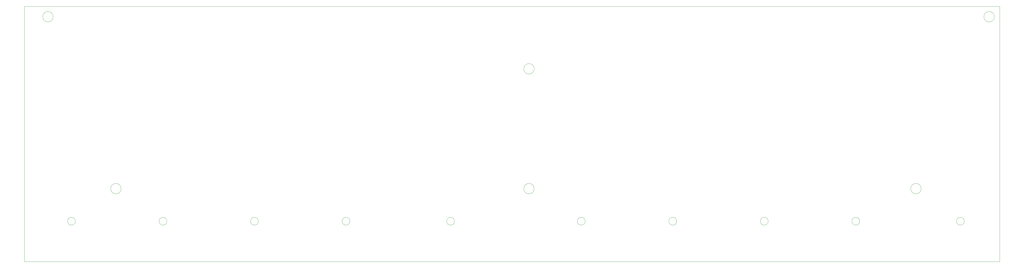
<source format=gbr>
%TF.GenerationSoftware,KiCad,Pcbnew,(5.1.9)-1*%
%TF.CreationDate,2021-03-26T19:38:27+01:00*%
%TF.ProjectId,Main_Relay_Board,4d61696e-5f52-4656-9c61-795f426f6172,rev?*%
%TF.SameCoordinates,Original*%
%TF.FileFunction,Profile,NP*%
%FSLAX46Y46*%
G04 Gerber Fmt 4.6, Leading zero omitted, Abs format (unit mm)*
G04 Created by KiCad (PCBNEW (5.1.9)-1) date 2021-03-26 19:38:27*
%MOMM*%
%LPD*%
G01*
G04 APERTURE LIST*
%TA.AperFunction,Profile*%
%ADD10C,0.010000*%
%TD*%
G04 APERTURE END LIST*
D10*
X11990000Y-190240000D02*
X16990000Y-190240000D01*
X176490000Y-174740000D02*
G75*
G03*
X176490000Y-174740000I-1500000J0D01*
G01*
X31490000Y-174740000D02*
G75*
G03*
X31490000Y-174740000I-1500000J0D01*
G01*
X384990000Y-92240000D02*
X16990000Y-92240000D01*
X16990000Y-92240000D02*
X11990000Y-92240000D01*
X16990000Y-190240000D02*
X384990000Y-190240000D01*
X136490000Y-174740000D02*
G75*
G03*
X136490000Y-174740000I-1500000J0D01*
G01*
X382990000Y-96240000D02*
G75*
G03*
X382990000Y-96240000I-2000000J0D01*
G01*
X354990000Y-162240000D02*
G75*
G03*
X354990000Y-162240000I-2000000J0D01*
G01*
X48990000Y-162240000D02*
G75*
G03*
X48990000Y-162240000I-2000000J0D01*
G01*
X101490000Y-174740000D02*
G75*
G03*
X101490000Y-174740000I-1500000J0D01*
G01*
X66490000Y-174740000D02*
G75*
G03*
X66490000Y-174740000I-1500000J0D01*
G01*
X22990000Y-96240000D02*
G75*
G03*
X22990000Y-96240000I-2000000J0D01*
G01*
X206990000Y-162240000D02*
G75*
G03*
X206990000Y-162240000I-2000000J0D01*
G01*
X11990000Y-92240000D02*
X11990000Y-190240000D01*
X206990000Y-116240000D02*
G75*
G03*
X206990000Y-116240000I-2000000J0D01*
G01*
X384990000Y-190240000D02*
X384990000Y-92240000D01*
X371490000Y-174740000D02*
G75*
G03*
X371490000Y-174740000I-1500000J0D01*
G01*
X331490000Y-174740000D02*
G75*
G03*
X331490000Y-174740000I-1500000J0D01*
G01*
X296490000Y-174740000D02*
G75*
G03*
X296490000Y-174740000I-1500000J0D01*
G01*
X261490000Y-174740000D02*
G75*
G03*
X261490000Y-174740000I-1500000J0D01*
G01*
X226490000Y-174740000D02*
G75*
G03*
X226490000Y-174740000I-1500000J0D01*
G01*
M02*

</source>
